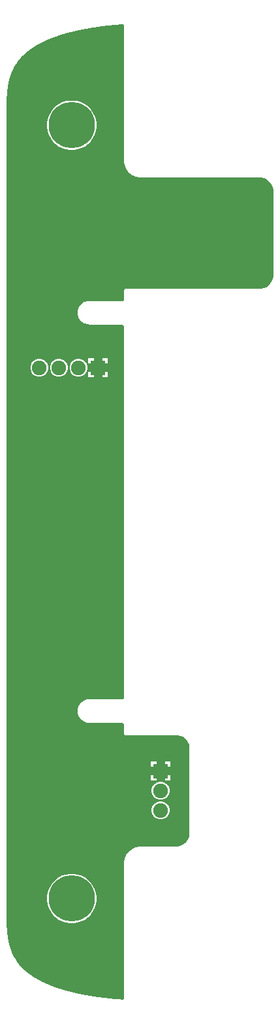
<source format=gbl>
G04*
G04 #@! TF.GenerationSoftware,Altium Limited,Altium Designer,24.2.2 (26)*
G04*
G04 Layer_Physical_Order=2*
G04 Layer_Color=16711680*
%FSLAX43Y43*%
%MOMM*%
G71*
G04*
G04 #@! TF.SameCoordinates,CE86931C-6916-4A25-866B-2747C1F1E0B7*
G04*
G04*
G04 #@! TF.FilePolarity,Positive*
G04*
G01*
G75*
%ADD65C,1.900*%
%ADD66R,1.900X1.900*%
%ADD67R,1.900X1.900*%
%ADD68C,6.000*%
%ADD69C,0.600*%
G36*
X15444Y126344D02*
X15451Y126338D01*
Y108854D01*
X15453Y108848D01*
X15452Y108842D01*
X15461Y108646D01*
X15466Y108627D01*
Y108608D01*
X15542Y108224D01*
X15552Y108201D01*
X15557Y108176D01*
X15707Y107814D01*
X15721Y107793D01*
X15731Y107770D01*
X15948Y107444D01*
X15966Y107426D01*
X15980Y107405D01*
X16257Y107128D01*
X16278Y107114D01*
X16296Y107096D01*
X16622Y106878D01*
X16645Y106869D01*
X16666Y106855D01*
X17028Y106705D01*
X17053Y106700D01*
X17076Y106690D01*
X17461Y106614D01*
X17479D01*
X17498Y106609D01*
X17694Y106599D01*
X17700Y106600D01*
X17706Y106599D01*
X33258D01*
X33595Y106532D01*
X33913Y106401D01*
X34198Y106210D01*
X34441Y105967D01*
X34632Y105681D01*
X34764Y105363D01*
X34831Y105026D01*
X34831Y104854D01*
X34831Y93968D01*
X34831Y93796D01*
X34764Y93459D01*
X34632Y93141D01*
X34441Y92855D01*
X34198Y92612D01*
X33913Y92421D01*
X33595Y92290D01*
X33258Y92223D01*
X15706D01*
X15609Y92203D01*
X15526Y92148D01*
X15471Y92065D01*
X15451Y91968D01*
X15451Y90805D01*
X15414Y90715D01*
X15345Y90646D01*
X15255Y90609D01*
X15206D01*
X10956D01*
X10948Y90607D01*
X10940Y90608D01*
X10777Y90598D01*
X10752Y90591D01*
X10727Y90590D01*
X10412Y90505D01*
X10382Y90490D01*
X10351Y90480D01*
X10068Y90316D01*
X10043Y90295D01*
X10015Y90276D01*
X9784Y90045D01*
X9766Y90018D01*
X9744Y89992D01*
X9581Y89710D01*
X9570Y89678D01*
X9555Y89648D01*
X9471Y89333D01*
X9469Y89300D01*
X9462Y89267D01*
Y88941D01*
X9469Y88908D01*
X9471Y88875D01*
X9555Y88560D01*
X9570Y88530D01*
X9581Y88498D01*
X9744Y88216D01*
X9766Y88191D01*
X9784Y88163D01*
X10015Y87932D01*
X10043Y87914D01*
X10068Y87892D01*
X10351Y87728D01*
X10382Y87718D01*
X10412Y87703D01*
X10727Y87619D01*
X10752Y87617D01*
X10777Y87610D01*
X10940Y87600D01*
X10948Y87601D01*
X10956Y87599D01*
X15255Y87599D01*
X15345Y87562D01*
X15414Y87493D01*
X15451Y87403D01*
Y87354D01*
X15451Y39354D01*
Y39305D01*
X15414Y39215D01*
X15345Y39146D01*
X15255Y39109D01*
X15206D01*
X10956Y39109D01*
X10948Y39107D01*
X10940Y39108D01*
X10777Y39098D01*
X10752Y39091D01*
X10727Y39090D01*
X10412Y39005D01*
X10382Y38990D01*
X10351Y38980D01*
X10068Y38816D01*
X10043Y38794D01*
X10015Y38776D01*
X9784Y38545D01*
X9766Y38518D01*
X9744Y38492D01*
X9581Y38210D01*
X9570Y38178D01*
X9555Y38148D01*
X9471Y37833D01*
X9469Y37800D01*
X9462Y37767D01*
Y37441D01*
X9469Y37408D01*
X9471Y37375D01*
X9555Y37060D01*
X9570Y37030D01*
X9581Y36998D01*
X9744Y36716D01*
X9766Y36691D01*
X9784Y36663D01*
X10015Y36432D01*
X10043Y36414D01*
X10068Y36392D01*
X10351Y36228D01*
X10382Y36218D01*
X10412Y36203D01*
X10727Y36119D01*
X10752Y36117D01*
X10777Y36110D01*
X10940Y36100D01*
X10948Y36101D01*
X10956Y36099D01*
X15255Y36099D01*
X15345Y36062D01*
X15414Y35993D01*
X15451Y35903D01*
Y35854D01*
Y34740D01*
X15471Y34643D01*
X15526Y34560D01*
X15609Y34505D01*
X15706Y34485D01*
X22237Y34485D01*
X22408D01*
X22746Y34418D01*
X23063Y34287D01*
X23349Y34096D01*
X23592Y33853D01*
X23783Y33567D01*
X23915Y33249D01*
X23982Y32912D01*
X23982Y32740D01*
X23982Y21854D01*
X23982Y21682D01*
X23915Y21345D01*
X23783Y21027D01*
X23592Y20742D01*
X23349Y20499D01*
X23063Y20308D01*
X22746Y20176D01*
X22408Y20109D01*
X22237D01*
X17706Y20109D01*
X17700Y20108D01*
X17694Y20109D01*
X17498Y20099D01*
X17479Y20094D01*
X17461D01*
X17076Y20018D01*
X17053Y20008D01*
X17028Y20003D01*
X16666Y19853D01*
X16645Y19839D01*
X16622Y19830D01*
X16296Y19612D01*
X16278Y19594D01*
X16257Y19580D01*
X15980Y19303D01*
X15966Y19282D01*
X15948Y19264D01*
X15731Y18938D01*
X15721Y18915D01*
X15707Y18894D01*
X15557Y18532D01*
X15552Y18508D01*
X15542Y18484D01*
X15466Y18100D01*
Y18081D01*
X15461Y18063D01*
X15452Y17867D01*
X15453Y17860D01*
X15451Y17854D01*
Y404D01*
X15327Y288D01*
X15228Y295D01*
X15129Y302D01*
X15030Y310D01*
X14931Y317D01*
X14832Y325D01*
X14832D01*
X14734Y333D01*
X14635Y341D01*
X14536Y350D01*
X14536D01*
X14422Y360D01*
X14307Y370D01*
X14193Y380D01*
X14193Y380D01*
X14078Y391D01*
X13964Y402D01*
X13866Y412D01*
X13768Y422D01*
X13670Y432D01*
X13557Y443D01*
X13444Y455D01*
X13330Y468D01*
X13217Y480D01*
X13104Y493D01*
X12991Y506D01*
X12895Y518D01*
X12798Y530D01*
X12798D01*
X12703Y541D01*
X12607Y553D01*
X12511Y566D01*
X12416Y578D01*
X12321Y591D01*
X12225Y604D01*
X12130Y617D01*
X12036Y630D01*
X11941Y643D01*
X11847Y657D01*
X11753Y670D01*
X11659Y684D01*
X11565Y699D01*
X11472Y713D01*
X11379Y728D01*
X11287Y742D01*
X11194Y757D01*
X11101Y772D01*
X11009Y788D01*
X10918Y803D01*
X10826Y819D01*
X10735Y835D01*
X10643Y851D01*
X10553Y868D01*
X10463Y884D01*
X10372Y901D01*
X10283Y918D01*
X10193Y935D01*
X10104Y952D01*
X10015Y970D01*
X9926Y988D01*
X9838Y1006D01*
X9765Y1021D01*
X9692Y1036D01*
X9619Y1051D01*
X9546Y1067D01*
X9474Y1082D01*
X9402Y1098D01*
X9316Y1117D01*
X9229Y1137D01*
X9144Y1156D01*
X9059Y1176D01*
X8974Y1196D01*
X8904Y1212D01*
X8833Y1229D01*
X8763Y1247D01*
X8694Y1263D01*
X8610Y1284D01*
X8527Y1305D01*
X8445Y1326D01*
X8363Y1348D01*
X8281Y1369D01*
X8200Y1391D01*
X8119Y1413D01*
X8039Y1435D01*
X7971Y1454D01*
X7905Y1472D01*
X7839Y1491D01*
X7773Y1510D01*
X7707Y1529D01*
X7641Y1548D01*
X7577Y1568D01*
X7511Y1587D01*
X7447Y1607D01*
X7383Y1626D01*
X7319Y1646D01*
X7255Y1666D01*
X7191Y1686D01*
X7129Y1706D01*
X7066Y1727D01*
X7004Y1747D01*
X6941Y1768D01*
X6879Y1789D01*
X6818Y1809D01*
X6757Y1830D01*
X6695Y1851D01*
X6635Y1872D01*
X6575Y1894D01*
X6515Y1915D01*
X6443Y1941D01*
X6372Y1967D01*
X6313Y1989D01*
X6255Y2011D01*
X6196Y2033D01*
X6138Y2055D01*
X6081Y2077D01*
X6024Y2099D01*
X5967Y2122D01*
X5910Y2145D01*
X5854Y2167D01*
X5798Y2190D01*
X5743Y2213D01*
X5687Y2236D01*
X5632Y2259D01*
X5577Y2282D01*
X5523Y2305D01*
X5469Y2329D01*
X5416Y2352D01*
X5362Y2376D01*
X5310Y2400D01*
X5257Y2424D01*
X5205Y2447D01*
X5153Y2471D01*
X5101Y2495D01*
X5050Y2520D01*
X4999Y2544D01*
X4949Y2568D01*
X4898Y2593D01*
X4848Y2617D01*
X4799Y2642D01*
X4750Y2667D01*
X4701Y2691D01*
X4652Y2716D01*
X4604Y2741D01*
X4557Y2766D01*
X4509Y2791D01*
X4462Y2816D01*
X4415Y2842D01*
X4369Y2867D01*
X4323Y2893D01*
X4277Y2918D01*
X4232Y2943D01*
X4187Y2969D01*
X4142Y2995D01*
X4098Y3021D01*
X4053Y3047D01*
X4010Y3073D01*
X3967Y3098D01*
X3924Y3124D01*
X3881Y3151D01*
X3839Y3177D01*
X3797Y3203D01*
X3755Y3229D01*
X3706Y3261D01*
X3657Y3293D01*
X3608Y3325D01*
X3560Y3357D01*
X3513Y3388D01*
X3466Y3421D01*
X3419Y3453D01*
X3373Y3485D01*
X3328Y3517D01*
X3282Y3550D01*
X3238Y3582D01*
X3194Y3615D01*
X3150Y3647D01*
X3107Y3680D01*
X3064Y3713D01*
X3022Y3745D01*
X2980Y3778D01*
X2932Y3817D01*
X2913Y3832D01*
X2869Y3868D01*
X2825Y3904D01*
X2782Y3940D01*
X2740Y3976D01*
X2698Y4012D01*
X2656Y4048D01*
X2615Y4084D01*
X2569Y4126D01*
X2524Y4168D01*
X2479Y4209D01*
X2434Y4251D01*
X2390Y4293D01*
X2348Y4335D01*
X2305Y4377D01*
X2259Y4425D01*
X2212Y4473D01*
X2162Y4526D01*
X2113Y4579D01*
X2059Y4638D01*
X2002Y4702D01*
X1946Y4766D01*
X1883Y4842D01*
X1812Y4929D01*
X1747Y5012D01*
X1730Y5035D01*
X1712Y5058D01*
X1685Y5094D01*
X1627Y5171D01*
X1516Y5331D01*
X1410Y5494D01*
X1309Y5660D01*
X1250Y5766D01*
X1227Y5807D01*
X1204Y5848D01*
X1182Y5889D01*
X1171Y5910D01*
X1171Y5910D01*
X1171Y5910D01*
X1165Y5923D01*
X1151Y5948D01*
X1138Y5974D01*
X1125Y5999D01*
X1119Y6011D01*
X1080Y6090D01*
X1034Y6188D01*
X994Y6275D01*
X961Y6349D01*
X932Y6419D01*
X903Y6488D01*
X878Y6552D01*
X855Y6610D01*
X833Y6668D01*
X814Y6721D01*
X795Y6773D01*
X776Y6826D01*
X760Y6873D01*
X745Y6919D01*
X727Y6974D01*
X710Y7028D01*
X695Y7075D01*
X680Y7124D01*
X666Y7172D01*
X652Y7220D01*
X640Y7262D01*
X629Y7304D01*
X617Y7347D01*
X606Y7389D01*
X595Y7432D01*
X584Y7475D01*
X573Y7518D01*
X563Y7561D01*
X552Y7605D01*
X542Y7649D01*
X532Y7693D01*
X522Y7737D01*
X513Y7781D01*
X503Y7826D01*
X494Y7871D01*
X485Y7916D01*
X478Y7954D01*
X471Y7992D01*
X463Y8031D01*
X456Y8068D01*
X450Y8107D01*
X443Y8145D01*
X436Y8184D01*
X430Y8223D01*
X424Y8261D01*
X417Y8301D01*
X411Y8340D01*
X405Y8380D01*
X399Y8419D01*
X394Y8459D01*
X388Y8499D01*
X383Y8539D01*
X377Y8579D01*
X372Y8620D01*
X367Y8660D01*
X362Y8701D01*
X357Y8741D01*
X352Y8783D01*
X349Y8815D01*
X345Y8849D01*
X342Y8881D01*
X338Y8915D01*
X335Y8948D01*
X332Y8981D01*
X329Y9014D01*
X325Y9048D01*
X322Y9082D01*
X319Y9116D01*
X317Y9149D01*
X314Y9183D01*
X311Y9217D01*
X308Y9251D01*
X306Y9285D01*
X303Y9319D01*
X301Y9354D01*
X299Y9388D01*
X296Y9423D01*
X294Y9458D01*
X292Y9492D01*
X290Y9527D01*
X288Y9562D01*
X286Y9597D01*
X284Y9632D01*
X282Y9667D01*
X281Y9702D01*
X279Y9737D01*
X278Y9773D01*
X276Y9809D01*
X275Y9844D01*
X274Y9871D01*
X273Y9898D01*
X272Y9924D01*
X271Y9951D01*
X271Y9951D01*
X270Y9978D01*
X269Y10005D01*
X269Y10032D01*
X268Y10059D01*
X267Y10086D01*
X267Y10113D01*
X266Y10141D01*
X265Y10167D01*
X265Y10195D01*
X264Y10222D01*
X264Y10250D01*
X263Y10277D01*
X263Y10304D01*
X263Y10332D01*
X262Y10360D01*
X262Y10387D01*
X262Y10414D01*
X262Y10442D01*
X262Y10470D01*
X261Y10498D01*
X261Y10525D01*
X261Y10525D01*
X261Y10553D01*
X261Y10591D01*
X261Y116127D01*
X261Y116155D01*
X261Y116183D01*
X261Y116183D01*
X261Y116210D01*
X262Y116238D01*
X262Y116266D01*
X262Y116294D01*
X262Y116321D01*
X262Y116349D01*
X263Y116376D01*
X263Y116404D01*
X263Y116431D01*
X264Y116458D01*
X264Y116486D01*
X265Y116513D01*
X265Y116541D01*
X266Y116568D01*
X267Y116595D01*
X267Y116622D01*
X268Y116649D01*
X269Y116676D01*
X269Y116703D01*
X270Y116730D01*
X271Y116757D01*
X271Y116757D01*
X272Y116784D01*
X273Y116811D01*
X274Y116837D01*
X275Y116864D01*
X276Y116900D01*
X278Y116935D01*
X279Y116971D01*
X281Y117006D01*
X282Y117041D01*
X284Y117076D01*
X286Y117111D01*
X288Y117147D01*
X290Y117181D01*
X292Y117216D01*
X294Y117250D01*
X296Y117285D01*
X299Y117320D01*
X301Y117354D01*
X303Y117389D01*
X306Y117423D01*
X308Y117457D01*
X311Y117491D01*
X314Y117525D01*
X317Y117559D01*
X319Y117592D01*
X323Y117635D01*
X327Y117677D01*
X331Y117719D01*
X334Y117752D01*
X334Y117752D01*
X337Y117785D01*
X341Y117819D01*
X344Y117851D01*
X348Y117884D01*
X352Y117917D01*
X356Y117958D01*
X361Y117999D01*
X366Y118040D01*
X371Y118081D01*
X376Y118121D01*
X382Y118161D01*
X387Y118201D01*
X392Y118241D01*
X398Y118281D01*
X404Y118321D01*
X410Y118360D01*
X416Y118399D01*
X422Y118439D01*
X429Y118478D01*
X435Y118516D01*
X442Y118556D01*
X448Y118593D01*
X455Y118632D01*
X462Y118670D01*
X471Y118716D01*
X479Y118761D01*
X488Y118807D01*
X497Y118852D01*
X507Y118897D01*
X516Y118941D01*
X526Y118986D01*
X536Y119030D01*
X545Y119073D01*
X556Y119118D01*
X566Y119161D01*
X577Y119205D01*
X588Y119248D01*
X598Y119290D01*
X610Y119333D01*
X621Y119376D01*
X632Y119418D01*
X644Y119460D01*
X656Y119502D01*
X670Y119550D01*
X685Y119598D01*
X699Y119646D01*
X716Y119701D01*
X734Y119755D01*
X752Y119809D01*
X767Y119856D01*
X786Y119908D01*
X804Y119961D01*
X824Y120014D01*
X845Y120072D01*
X868Y120130D01*
X893Y120194D01*
X922Y120264D01*
X951Y120334D01*
X980Y120402D01*
X1017Y120483D01*
X1060Y120575D01*
X1101Y120660D01*
X1147Y120751D01*
X1200Y120854D01*
X1314Y121057D01*
X1436Y121255D01*
X1565Y121449D01*
X1643Y121557D01*
X1665Y121587D01*
X1686Y121616D01*
X1708Y121644D01*
X1718Y121658D01*
X1782Y121741D01*
X1843Y121817D01*
X1910Y121899D01*
X1969Y121969D01*
X2021Y122028D01*
X2078Y122092D01*
X2132Y122151D01*
X2182Y122204D01*
X2228Y122251D01*
X2274Y122299D01*
X2316Y122341D01*
X2358Y122383D01*
X2402Y122425D01*
X2445Y122467D01*
X2490Y122509D01*
X2535Y122551D01*
X2580Y122592D01*
X2627Y122634D01*
X2668Y122670D01*
X2710Y122707D01*
X2752Y122743D01*
X2794Y122779D01*
X2837Y122815D01*
X2881Y122850D01*
X2932Y122892D01*
X2966Y122919D01*
X3008Y122952D01*
X3050Y122984D01*
X3092Y123017D01*
X3135Y123050D01*
X3179Y123083D01*
X3223Y123115D01*
X3268Y123148D01*
X3313Y123180D01*
X3358Y123212D01*
X3404Y123245D01*
X3451Y123277D01*
X3497Y123309D01*
X3544Y123341D01*
X3592Y123373D01*
X3641Y123405D01*
X3689Y123436D01*
X3739Y123468D01*
X3780Y123494D01*
X3822Y123521D01*
X3864Y123547D01*
X3907Y123573D01*
X3950Y123599D01*
X3993Y123625D01*
X4036Y123651D01*
X4080Y123677D01*
X4124Y123703D01*
X4169Y123729D01*
X4214Y123754D01*
X4259Y123780D01*
X4304Y123805D01*
X4351Y123831D01*
X4397Y123856D01*
X4444Y123882D01*
X4490Y123907D01*
X4538Y123932D01*
X4585Y123957D01*
X4633Y123982D01*
X4682Y124007D01*
X4730Y124032D01*
X4780Y124057D01*
X4829Y124081D01*
X4878Y124106D01*
X4929Y124130D01*
X4979Y124154D01*
X5030Y124179D01*
X5080Y124203D01*
X5132Y124227D01*
X5184Y124251D01*
X5236Y124275D01*
X5289Y124299D01*
X5341Y124323D01*
X5394Y124346D01*
X5448Y124370D01*
X5501Y124393D01*
X5556Y124417D01*
X5610Y124440D01*
X5665Y124463D01*
X5720Y124486D01*
X5776Y124509D01*
X5832Y124532D01*
X5887Y124554D01*
X5944Y124577D01*
X6001Y124600D01*
X6058Y124622D01*
X6116Y124644D01*
X6173Y124666D01*
X6231Y124688D01*
X6290Y124710D01*
X6348Y124732D01*
X6408Y124754D01*
X6479Y124780D01*
X6539Y124802D01*
X6599Y124823D01*
X6659Y124844D01*
X6720Y124865D01*
X6781Y124886D01*
X6842Y124907D01*
X6904Y124928D01*
X6966Y124948D01*
X7029Y124969D01*
X7091Y124989D01*
X7154Y125010D01*
X7217Y125030D01*
X7280Y125050D01*
X7344Y125070D01*
X7409Y125090D01*
X7473Y125109D01*
X7537Y125129D01*
X7602Y125148D01*
X7667Y125168D01*
X7733Y125187D01*
X7799Y125206D01*
X7865Y125225D01*
X7931Y125243D01*
X7998Y125262D01*
X8065Y125281D01*
X8132Y125299D01*
X8213Y125321D01*
X8295Y125342D01*
X8376Y125364D01*
X8459Y125385D01*
X8542Y125406D01*
X8624Y125427D01*
X8694Y125445D01*
X8764Y125462D01*
X8833Y125479D01*
X8904Y125496D01*
X8974Y125512D01*
X9045Y125529D01*
X9130Y125549D01*
X9216Y125568D01*
X9301Y125588D01*
X9388Y125607D01*
X9459Y125622D01*
X9532Y125638D01*
X9605Y125654D01*
X9678Y125669D01*
X9750Y125684D01*
X9823Y125700D01*
X9897Y125715D01*
X9986Y125732D01*
X10074Y125750D01*
X10163Y125767D01*
X10253Y125785D01*
X10343Y125802D01*
X10432Y125818D01*
X10523Y125835D01*
X10614Y125852D01*
X10704Y125868D01*
X10796Y125884D01*
X10887Y125899D01*
X10979Y125915D01*
X11071Y125931D01*
X11163Y125946D01*
X11255Y125961D01*
X11348Y125976D01*
X11441Y125990D01*
X11534Y126005D01*
X11627Y126019D01*
X11722Y126033D01*
X11815Y126047D01*
X11910Y126061D01*
X11910Y126061D01*
X12004Y126074D01*
X12098Y126087D01*
X12193Y126100D01*
X12289Y126113D01*
X12383Y126126D01*
X12479Y126138D01*
X12575Y126151D01*
X12671Y126163D01*
X12766Y126175D01*
X12863Y126186D01*
X12959Y126198D01*
X13055Y126209D01*
X13169Y126222D01*
X13169Y126222D01*
X13281Y126235D01*
X13394Y126247D01*
X13394D01*
X13508Y126260D01*
X13622Y126271D01*
X13720Y126282D01*
X13817Y126291D01*
X13915Y126301D01*
X14013Y126311D01*
X14110Y126320D01*
X14225Y126331D01*
X14339Y126341D01*
X14455Y126351D01*
X14455Y126351D01*
X14553Y126360D01*
X14651Y126368D01*
X14750Y126376D01*
X14849Y126384D01*
X14948Y126392D01*
X15047Y126400D01*
X15145Y126407D01*
X15244Y126414D01*
X15326Y126420D01*
X15444Y126344D01*
D02*
G37*
%LPC*%
G36*
X8958Y116554D02*
X8455D01*
X7957Y116475D01*
X7478Y116320D01*
X7029Y116091D01*
X6622Y115795D01*
X6266Y115439D01*
X5969Y115031D01*
X5741Y114582D01*
X5585Y114103D01*
X5506Y113606D01*
Y113102D01*
X5585Y112605D01*
X5741Y112126D01*
X5969Y111677D01*
X6266Y111269D01*
X6622Y110913D01*
X7029Y110617D01*
X7478Y110388D01*
X7957Y110233D01*
X8455Y110154D01*
X8958D01*
X9456Y110233D01*
X9935Y110388D01*
X10384Y110617D01*
X10791Y110913D01*
X11147Y111269D01*
X11443Y111677D01*
X11672Y112126D01*
X11828Y112605D01*
X11906Y113102D01*
Y113606D01*
X11828Y114103D01*
X11672Y114582D01*
X11443Y115031D01*
X11147Y115439D01*
X10791Y115795D01*
X10384Y116091D01*
X9935Y116320D01*
X9456Y116475D01*
X8958Y116554D01*
D02*
G37*
G36*
X13360Y83250D02*
X12660D01*
Y82550D01*
X13360D01*
Y83250D01*
D02*
G37*
G36*
X11560D02*
X10860D01*
Y82550D01*
X11560D01*
Y83250D01*
D02*
G37*
G36*
X9721Y83150D02*
X9419D01*
X9126Y83072D01*
X8864Y82920D01*
X8650Y82706D01*
X8498Y82444D01*
X8420Y82151D01*
Y81849D01*
X8498Y81556D01*
X8650Y81294D01*
X8864Y81080D01*
X9126Y80928D01*
X9419Y80850D01*
X9721D01*
X10014Y80928D01*
X10276Y81080D01*
X10490Y81294D01*
X10642Y81556D01*
X10720Y81849D01*
Y82151D01*
X10642Y82444D01*
X10490Y82706D01*
X10276Y82920D01*
X10014Y83072D01*
X9721Y83150D01*
D02*
G37*
G36*
X7181D02*
X6879D01*
X6586Y83072D01*
X6324Y82920D01*
X6110Y82706D01*
X5958Y82444D01*
X5880Y82151D01*
Y81849D01*
X5958Y81556D01*
X6110Y81294D01*
X6324Y81080D01*
X6586Y80928D01*
X6879Y80850D01*
X7181D01*
X7474Y80928D01*
X7736Y81080D01*
X7950Y81294D01*
X8102Y81556D01*
X8180Y81849D01*
Y82151D01*
X8102Y82444D01*
X7950Y82706D01*
X7736Y82920D01*
X7474Y83072D01*
X7181Y83150D01*
D02*
G37*
G36*
X4641D02*
X4339D01*
X4046Y83072D01*
X3784Y82920D01*
X3570Y82706D01*
X3418Y82444D01*
X3340Y82151D01*
Y81849D01*
X3418Y81556D01*
X3570Y81294D01*
X3784Y81080D01*
X4046Y80928D01*
X4339Y80850D01*
X4641D01*
X4934Y80928D01*
X5196Y81080D01*
X5410Y81294D01*
X5562Y81556D01*
X5640Y81849D01*
Y82151D01*
X5562Y82444D01*
X5410Y82706D01*
X5196Y82920D01*
X4934Y83072D01*
X4641Y83150D01*
D02*
G37*
G36*
X13360Y81450D02*
X12660D01*
Y80750D01*
X13360D01*
Y81450D01*
D02*
G37*
G36*
X11560D02*
X10860D01*
Y80750D01*
X11560D01*
Y81450D01*
D02*
G37*
G36*
X21478Y31095D02*
X20778D01*
Y30395D01*
X21478D01*
Y31095D01*
D02*
G37*
G36*
X19678D02*
X18978D01*
Y30395D01*
X19678D01*
Y31095D01*
D02*
G37*
G36*
X21478Y29295D02*
X20778D01*
Y28595D01*
X21478D01*
Y29295D01*
D02*
G37*
G36*
X19678D02*
X18978D01*
Y28595D01*
X19678D01*
Y29295D01*
D02*
G37*
G36*
X20379Y28455D02*
X20077D01*
X19784Y28377D01*
X19522Y28225D01*
X19308Y28011D01*
X19156Y27749D01*
X19078Y27456D01*
Y27154D01*
X19156Y26861D01*
X19308Y26599D01*
X19522Y26385D01*
X19784Y26233D01*
X20077Y26155D01*
X20379D01*
X20672Y26233D01*
X20934Y26385D01*
X21148Y26599D01*
X21300Y26861D01*
X21378Y27154D01*
Y27456D01*
X21300Y27749D01*
X21148Y28011D01*
X20934Y28225D01*
X20672Y28377D01*
X20379Y28455D01*
D02*
G37*
G36*
Y25915D02*
X20077D01*
X19784Y25837D01*
X19522Y25685D01*
X19308Y25471D01*
X19156Y25209D01*
X19078Y24916D01*
Y24614D01*
X19156Y24321D01*
X19308Y24059D01*
X19522Y23845D01*
X19784Y23693D01*
X20077Y23615D01*
X20379D01*
X20672Y23693D01*
X20934Y23845D01*
X21148Y24059D01*
X21300Y24321D01*
X21378Y24614D01*
Y24916D01*
X21300Y25209D01*
X21148Y25471D01*
X20934Y25685D01*
X20672Y25837D01*
X20379Y25915D01*
D02*
G37*
G36*
X8958Y16554D02*
X8455D01*
X7957Y16475D01*
X7478Y16320D01*
X7029Y16091D01*
X6622Y15795D01*
X6266Y15439D01*
X5969Y15031D01*
X5741Y14582D01*
X5585Y14103D01*
X5506Y13606D01*
Y13102D01*
X5585Y12605D01*
X5741Y12126D01*
X5969Y11677D01*
X6266Y11269D01*
X6622Y10913D01*
X7029Y10617D01*
X7478Y10389D01*
X7957Y10233D01*
X8455Y10154D01*
X8958D01*
X9456Y10233D01*
X9935Y10389D01*
X10384Y10617D01*
X10791Y10913D01*
X11147Y11269D01*
X11443Y11677D01*
X11672Y12126D01*
X11828Y12605D01*
X11906Y13102D01*
Y13606D01*
X11828Y14103D01*
X11672Y14582D01*
X11443Y15031D01*
X11147Y15439D01*
X10791Y15795D01*
X10384Y16091D01*
X9935Y16320D01*
X9456Y16475D01*
X8958Y16554D01*
D02*
G37*
%LPD*%
D65*
X20228Y24765D02*
D03*
Y27305D02*
D03*
X7030Y82000D02*
D03*
X9570D02*
D03*
X4490D02*
D03*
D66*
X20228Y29845D02*
D03*
D67*
X12110Y82000D02*
D03*
D68*
X8706Y113354D02*
D03*
Y13354D02*
D03*
D69*
X18550Y102850D02*
D03*
X15150Y99850D02*
D03*
X33875Y99925D02*
D03*
X31925Y103900D02*
D03*
X29200Y103800D02*
D03*
M02*

</source>
